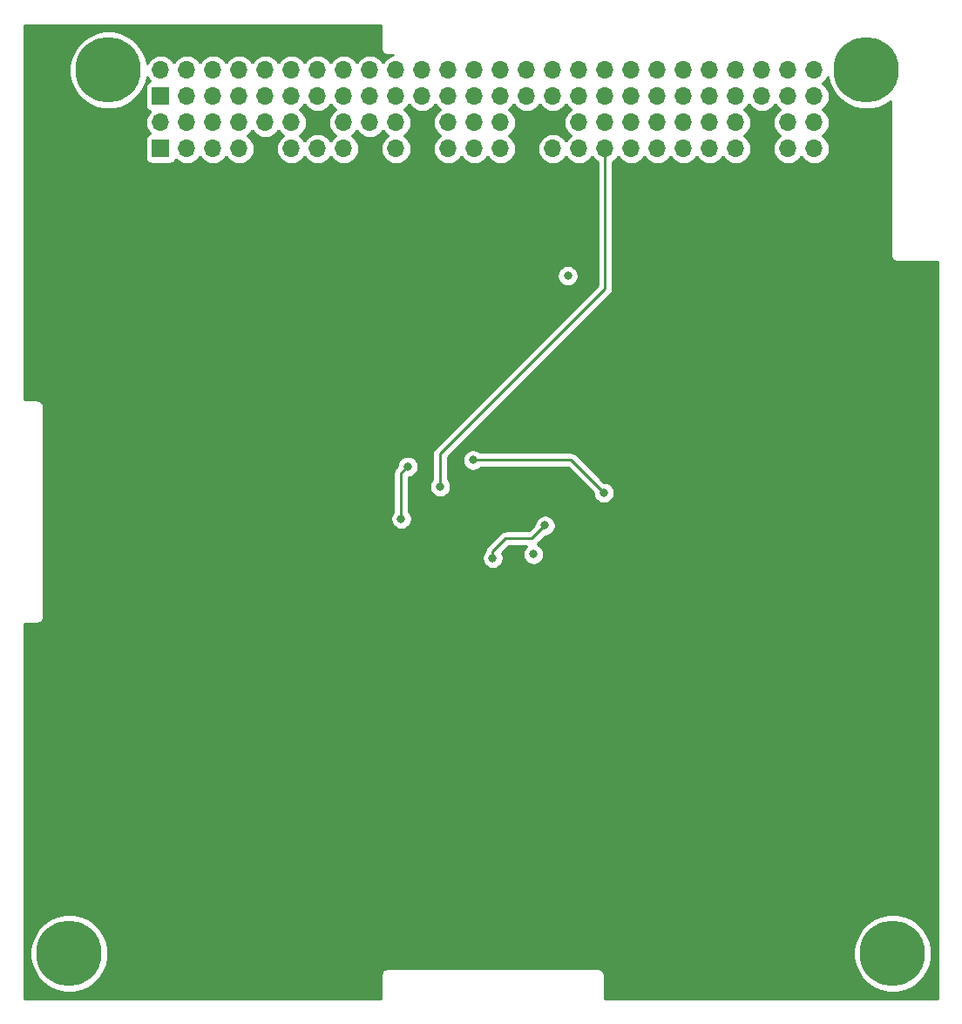
<source format=gbr>
G04 #@! TF.GenerationSoftware,KiCad,Pcbnew,(5.1.4)-1*
G04 #@! TF.CreationDate,2020-02-03T09:21:52-06:00*
G04 #@! TF.ProjectId,Boost,426f6f73-742e-46b6-9963-61645f706362,rev?*
G04 #@! TF.SameCoordinates,Original*
G04 #@! TF.FileFunction,Copper,L2,Bot*
G04 #@! TF.FilePolarity,Positive*
%FSLAX46Y46*%
G04 Gerber Fmt 4.6, Leading zero omitted, Abs format (unit mm)*
G04 Created by KiCad (PCBNEW (5.1.4)-1) date 2020-02-03 09:21:52*
%MOMM*%
%LPD*%
G04 APERTURE LIST*
%ADD10O,1.700000X1.700000*%
%ADD11R,1.700000X1.700000*%
%ADD12C,6.350000*%
%ADD13C,0.800000*%
%ADD14C,0.250000*%
%ADD15C,0.254000*%
G04 APERTURE END LIST*
D10*
X173489081Y-59944935D03*
X173489081Y-62484935D03*
X170949081Y-59944935D03*
X170949081Y-62484935D03*
X168409081Y-59944935D03*
X168409081Y-62484935D03*
X165869081Y-59944935D03*
X165869081Y-62484935D03*
X163329081Y-59944935D03*
X163329081Y-62484935D03*
X160789081Y-59944935D03*
X160789081Y-62484935D03*
X158249081Y-59944935D03*
X158249081Y-62484935D03*
X155709081Y-59944935D03*
X155709081Y-62484935D03*
X153169081Y-59944935D03*
X153169081Y-62484935D03*
X150629081Y-59944935D03*
X150629081Y-62484935D03*
X148089081Y-59944935D03*
X148089081Y-62484935D03*
X145549081Y-59944935D03*
X145549081Y-62484935D03*
X143009081Y-59944935D03*
X143009081Y-62484935D03*
X140469081Y-59944935D03*
X140469081Y-62484935D03*
X137929081Y-59944935D03*
X137929081Y-62484935D03*
X135389081Y-59944935D03*
X135389081Y-62484935D03*
X132849081Y-59944935D03*
X132849081Y-62484935D03*
X130309081Y-59944935D03*
X130309081Y-62484935D03*
X127769081Y-59944935D03*
X127769081Y-62484935D03*
X125229081Y-59944935D03*
X125229081Y-62484935D03*
X122689081Y-59944935D03*
X122689081Y-62484935D03*
X120149081Y-59944935D03*
X120149081Y-62484935D03*
X117609081Y-59944935D03*
X117609081Y-62484935D03*
X115069081Y-59944935D03*
X115069081Y-62484935D03*
X112529081Y-59944935D03*
X112529081Y-62484935D03*
X109989081Y-59944935D03*
D11*
X109989081Y-62484935D03*
D10*
X173489081Y-54864935D03*
X173489081Y-57404935D03*
X170949081Y-54864935D03*
X170949081Y-57404935D03*
X168409081Y-54864935D03*
X168409081Y-57404935D03*
X165869081Y-54864935D03*
X165869081Y-57404935D03*
X163329081Y-54864935D03*
X163329081Y-57404935D03*
X160789081Y-54864935D03*
X160789081Y-57404935D03*
X158249081Y-54864935D03*
X158249081Y-57404935D03*
X155709081Y-54864935D03*
X155709081Y-57404935D03*
X153169081Y-54864935D03*
X153169081Y-57404935D03*
X150629081Y-54864935D03*
X150629081Y-57404935D03*
X148089081Y-54864935D03*
X148089081Y-57404935D03*
X145549081Y-54864935D03*
X145549081Y-57404935D03*
X143009081Y-54864935D03*
X143009081Y-57404935D03*
X140469081Y-54864935D03*
X140469081Y-57404935D03*
X137929081Y-54864935D03*
X137929081Y-57404935D03*
X135389081Y-54864935D03*
X135389081Y-57404935D03*
X132849081Y-54864935D03*
X132849081Y-57404935D03*
X130309081Y-54864935D03*
X130309081Y-57404935D03*
X127769081Y-54864935D03*
X127769081Y-57404935D03*
X125229081Y-54864935D03*
X125229081Y-57404935D03*
X122689081Y-54864935D03*
X122689081Y-57404935D03*
X120149081Y-54864935D03*
X120149081Y-57404935D03*
X117609081Y-54864935D03*
X117609081Y-57404935D03*
X115069081Y-54864935D03*
X115069081Y-57404935D03*
X112529081Y-54864935D03*
X112529081Y-57404935D03*
X109989081Y-54864935D03*
D11*
X109989081Y-57404935D03*
D12*
X181102000Y-140589000D03*
X104902000Y-54864000D03*
X178562000Y-54864000D03*
X101092000Y-140589000D03*
D13*
X137160000Y-87630000D03*
X151130000Y-83820000D03*
X148590000Y-108585010D03*
X149860000Y-97155000D03*
X142240000Y-98425000D03*
X133350000Y-120015000D03*
X144780000Y-97155000D03*
X140335000Y-92710000D03*
X153035000Y-95885000D03*
X133985000Y-93345000D03*
X133350000Y-98425000D03*
X142240000Y-102235000D03*
X147320000Y-99060000D03*
X146202400Y-101854000D03*
X149529800Y-74828400D03*
X137130847Y-95279153D03*
D14*
X149860000Y-92710000D02*
X153035000Y-95885000D01*
X140335000Y-92710000D02*
X149860000Y-92710000D01*
X140469081Y-62484935D02*
X140970935Y-62484935D01*
X133350000Y-93980000D02*
X133985000Y-93345000D01*
X133350000Y-98425000D02*
X133350000Y-93980000D01*
X146050000Y-100330000D02*
X147320000Y-99060000D01*
X143510000Y-100330000D02*
X146050000Y-100330000D01*
X142240000Y-102235000D02*
X142240000Y-101600000D01*
X142240000Y-101600000D02*
X143510000Y-100330000D01*
X153169081Y-76065919D02*
X153169081Y-62484935D01*
X137130847Y-92104153D02*
X153169081Y-76065919D01*
X137130847Y-95279153D02*
X137130847Y-92104153D01*
D15*
G36*
X131370001Y-52670113D02*
G01*
X131366565Y-52705000D01*
X131380273Y-52844184D01*
X131420872Y-52978020D01*
X131486800Y-53101363D01*
X131575525Y-53209475D01*
X131683637Y-53298200D01*
X131806980Y-53364128D01*
X131940816Y-53404727D01*
X132045123Y-53415000D01*
X132080000Y-53418435D01*
X132114877Y-53415000D01*
X132513209Y-53415000D01*
X132278047Y-53486336D01*
X132020067Y-53624229D01*
X131793947Y-53809801D01*
X131608375Y-54035921D01*
X131579081Y-54090726D01*
X131549787Y-54035921D01*
X131364215Y-53809801D01*
X131138095Y-53624229D01*
X130880115Y-53486336D01*
X130600192Y-53401422D01*
X130382031Y-53379935D01*
X130236131Y-53379935D01*
X130017970Y-53401422D01*
X129738047Y-53486336D01*
X129480067Y-53624229D01*
X129253947Y-53809801D01*
X129068375Y-54035921D01*
X129039081Y-54090726D01*
X129009787Y-54035921D01*
X128824215Y-53809801D01*
X128598095Y-53624229D01*
X128340115Y-53486336D01*
X128060192Y-53401422D01*
X127842031Y-53379935D01*
X127696131Y-53379935D01*
X127477970Y-53401422D01*
X127198047Y-53486336D01*
X126940067Y-53624229D01*
X126713947Y-53809801D01*
X126528375Y-54035921D01*
X126499081Y-54090726D01*
X126469787Y-54035921D01*
X126284215Y-53809801D01*
X126058095Y-53624229D01*
X125800115Y-53486336D01*
X125520192Y-53401422D01*
X125302031Y-53379935D01*
X125156131Y-53379935D01*
X124937970Y-53401422D01*
X124658047Y-53486336D01*
X124400067Y-53624229D01*
X124173947Y-53809801D01*
X123988375Y-54035921D01*
X123959081Y-54090726D01*
X123929787Y-54035921D01*
X123744215Y-53809801D01*
X123518095Y-53624229D01*
X123260115Y-53486336D01*
X122980192Y-53401422D01*
X122762031Y-53379935D01*
X122616131Y-53379935D01*
X122397970Y-53401422D01*
X122118047Y-53486336D01*
X121860067Y-53624229D01*
X121633947Y-53809801D01*
X121448375Y-54035921D01*
X121419081Y-54090726D01*
X121389787Y-54035921D01*
X121204215Y-53809801D01*
X120978095Y-53624229D01*
X120720115Y-53486336D01*
X120440192Y-53401422D01*
X120222031Y-53379935D01*
X120076131Y-53379935D01*
X119857970Y-53401422D01*
X119578047Y-53486336D01*
X119320067Y-53624229D01*
X119093947Y-53809801D01*
X118908375Y-54035921D01*
X118879081Y-54090726D01*
X118849787Y-54035921D01*
X118664215Y-53809801D01*
X118438095Y-53624229D01*
X118180115Y-53486336D01*
X117900192Y-53401422D01*
X117682031Y-53379935D01*
X117536131Y-53379935D01*
X117317970Y-53401422D01*
X117038047Y-53486336D01*
X116780067Y-53624229D01*
X116553947Y-53809801D01*
X116368375Y-54035921D01*
X116339081Y-54090726D01*
X116309787Y-54035921D01*
X116124215Y-53809801D01*
X115898095Y-53624229D01*
X115640115Y-53486336D01*
X115360192Y-53401422D01*
X115142031Y-53379935D01*
X114996131Y-53379935D01*
X114777970Y-53401422D01*
X114498047Y-53486336D01*
X114240067Y-53624229D01*
X114013947Y-53809801D01*
X113828375Y-54035921D01*
X113799081Y-54090726D01*
X113769787Y-54035921D01*
X113584215Y-53809801D01*
X113358095Y-53624229D01*
X113100115Y-53486336D01*
X112820192Y-53401422D01*
X112602031Y-53379935D01*
X112456131Y-53379935D01*
X112237970Y-53401422D01*
X111958047Y-53486336D01*
X111700067Y-53624229D01*
X111473947Y-53809801D01*
X111288375Y-54035921D01*
X111259081Y-54090726D01*
X111229787Y-54035921D01*
X111044215Y-53809801D01*
X110818095Y-53624229D01*
X110560115Y-53486336D01*
X110280192Y-53401422D01*
X110062031Y-53379935D01*
X109916131Y-53379935D01*
X109697970Y-53401422D01*
X109418047Y-53486336D01*
X109160067Y-53624229D01*
X108933947Y-53809801D01*
X108748375Y-54035921D01*
X108656221Y-54208329D01*
X108565584Y-53752664D01*
X108278378Y-53059288D01*
X107861420Y-52435267D01*
X107330733Y-51904580D01*
X106706712Y-51487622D01*
X106013336Y-51200416D01*
X105277252Y-51054000D01*
X104526748Y-51054000D01*
X103790664Y-51200416D01*
X103097288Y-51487622D01*
X102473267Y-51904580D01*
X101942580Y-52435267D01*
X101525622Y-53059288D01*
X101238416Y-53752664D01*
X101092000Y-54488748D01*
X101092000Y-55239252D01*
X101238416Y-55975336D01*
X101525622Y-56668712D01*
X101942580Y-57292733D01*
X102473267Y-57823420D01*
X103097288Y-58240378D01*
X103790664Y-58527584D01*
X104526748Y-58674000D01*
X105277252Y-58674000D01*
X106013336Y-58527584D01*
X106706712Y-58240378D01*
X107330733Y-57823420D01*
X107861420Y-57292733D01*
X108278378Y-56668712D01*
X108565584Y-55975336D01*
X108655950Y-55521034D01*
X108748375Y-55693949D01*
X108933947Y-55920069D01*
X108963768Y-55944542D01*
X108894901Y-55965433D01*
X108784587Y-56024398D01*
X108687896Y-56103750D01*
X108608544Y-56200441D01*
X108549579Y-56310755D01*
X108513269Y-56430453D01*
X108501009Y-56554935D01*
X108501009Y-58254935D01*
X108513269Y-58379417D01*
X108549579Y-58499115D01*
X108608544Y-58609429D01*
X108687896Y-58706120D01*
X108784587Y-58785472D01*
X108894901Y-58844437D01*
X108963768Y-58865328D01*
X108933947Y-58889801D01*
X108748375Y-59115921D01*
X108610482Y-59373901D01*
X108525568Y-59653824D01*
X108496896Y-59944935D01*
X108525568Y-60236046D01*
X108610482Y-60515969D01*
X108748375Y-60773949D01*
X108933947Y-61000069D01*
X108963768Y-61024542D01*
X108894901Y-61045433D01*
X108784587Y-61104398D01*
X108687896Y-61183750D01*
X108608544Y-61280441D01*
X108549579Y-61390755D01*
X108513269Y-61510453D01*
X108501009Y-61634935D01*
X108501009Y-63334935D01*
X108513269Y-63459417D01*
X108549579Y-63579115D01*
X108608544Y-63689429D01*
X108687896Y-63786120D01*
X108784587Y-63865472D01*
X108894901Y-63924437D01*
X109014599Y-63960747D01*
X109139081Y-63973007D01*
X110839081Y-63973007D01*
X110963563Y-63960747D01*
X111083261Y-63924437D01*
X111193575Y-63865472D01*
X111290266Y-63786120D01*
X111369618Y-63689429D01*
X111428583Y-63579115D01*
X111449474Y-63510248D01*
X111473947Y-63540069D01*
X111700067Y-63725641D01*
X111958047Y-63863534D01*
X112237970Y-63948448D01*
X112456131Y-63969935D01*
X112602031Y-63969935D01*
X112820192Y-63948448D01*
X113100115Y-63863534D01*
X113358095Y-63725641D01*
X113584215Y-63540069D01*
X113769787Y-63313949D01*
X113799081Y-63259144D01*
X113828375Y-63313949D01*
X114013947Y-63540069D01*
X114240067Y-63725641D01*
X114498047Y-63863534D01*
X114777970Y-63948448D01*
X114996131Y-63969935D01*
X115142031Y-63969935D01*
X115360192Y-63948448D01*
X115640115Y-63863534D01*
X115898095Y-63725641D01*
X116124215Y-63540069D01*
X116309787Y-63313949D01*
X116339081Y-63259144D01*
X116368375Y-63313949D01*
X116553947Y-63540069D01*
X116780067Y-63725641D01*
X117038047Y-63863534D01*
X117317970Y-63948448D01*
X117536131Y-63969935D01*
X117682031Y-63969935D01*
X117900192Y-63948448D01*
X118180115Y-63863534D01*
X118438095Y-63725641D01*
X118664215Y-63540069D01*
X118849787Y-63313949D01*
X118987680Y-63055969D01*
X119072594Y-62776046D01*
X119101266Y-62484935D01*
X119072594Y-62193824D01*
X118987680Y-61913901D01*
X118849787Y-61655921D01*
X118664215Y-61429801D01*
X118438095Y-61244229D01*
X118383290Y-61214935D01*
X118438095Y-61185641D01*
X118664215Y-61000069D01*
X118849787Y-60773949D01*
X118879081Y-60719144D01*
X118908375Y-60773949D01*
X119093947Y-61000069D01*
X119320067Y-61185641D01*
X119578047Y-61323534D01*
X119857970Y-61408448D01*
X120076131Y-61429935D01*
X120222031Y-61429935D01*
X120440192Y-61408448D01*
X120720115Y-61323534D01*
X120978095Y-61185641D01*
X121204215Y-61000069D01*
X121389787Y-60773949D01*
X121419081Y-60719144D01*
X121448375Y-60773949D01*
X121633947Y-61000069D01*
X121860067Y-61185641D01*
X121914872Y-61214935D01*
X121860067Y-61244229D01*
X121633947Y-61429801D01*
X121448375Y-61655921D01*
X121310482Y-61913901D01*
X121225568Y-62193824D01*
X121196896Y-62484935D01*
X121225568Y-62776046D01*
X121310482Y-63055969D01*
X121448375Y-63313949D01*
X121633947Y-63540069D01*
X121860067Y-63725641D01*
X122118047Y-63863534D01*
X122397970Y-63948448D01*
X122616131Y-63969935D01*
X122762031Y-63969935D01*
X122980192Y-63948448D01*
X123260115Y-63863534D01*
X123518095Y-63725641D01*
X123744215Y-63540069D01*
X123929787Y-63313949D01*
X123959081Y-63259144D01*
X123988375Y-63313949D01*
X124173947Y-63540069D01*
X124400067Y-63725641D01*
X124658047Y-63863534D01*
X124937970Y-63948448D01*
X125156131Y-63969935D01*
X125302031Y-63969935D01*
X125520192Y-63948448D01*
X125800115Y-63863534D01*
X126058095Y-63725641D01*
X126284215Y-63540069D01*
X126469787Y-63313949D01*
X126499081Y-63259144D01*
X126528375Y-63313949D01*
X126713947Y-63540069D01*
X126940067Y-63725641D01*
X127198047Y-63863534D01*
X127477970Y-63948448D01*
X127696131Y-63969935D01*
X127842031Y-63969935D01*
X128060192Y-63948448D01*
X128340115Y-63863534D01*
X128598095Y-63725641D01*
X128824215Y-63540069D01*
X129009787Y-63313949D01*
X129147680Y-63055969D01*
X129232594Y-62776046D01*
X129261266Y-62484935D01*
X129232594Y-62193824D01*
X129147680Y-61913901D01*
X129009787Y-61655921D01*
X128824215Y-61429801D01*
X128598095Y-61244229D01*
X128543290Y-61214935D01*
X128598095Y-61185641D01*
X128824215Y-61000069D01*
X129009787Y-60773949D01*
X129039081Y-60719144D01*
X129068375Y-60773949D01*
X129253947Y-61000069D01*
X129480067Y-61185641D01*
X129738047Y-61323534D01*
X130017970Y-61408448D01*
X130236131Y-61429935D01*
X130382031Y-61429935D01*
X130600192Y-61408448D01*
X130880115Y-61323534D01*
X131138095Y-61185641D01*
X131364215Y-61000069D01*
X131549787Y-60773949D01*
X131579081Y-60719144D01*
X131608375Y-60773949D01*
X131793947Y-61000069D01*
X132020067Y-61185641D01*
X132074872Y-61214935D01*
X132020067Y-61244229D01*
X131793947Y-61429801D01*
X131608375Y-61655921D01*
X131470482Y-61913901D01*
X131385568Y-62193824D01*
X131356896Y-62484935D01*
X131385568Y-62776046D01*
X131470482Y-63055969D01*
X131608375Y-63313949D01*
X131793947Y-63540069D01*
X132020067Y-63725641D01*
X132278047Y-63863534D01*
X132557970Y-63948448D01*
X132776131Y-63969935D01*
X132922031Y-63969935D01*
X133140192Y-63948448D01*
X133420115Y-63863534D01*
X133678095Y-63725641D01*
X133904215Y-63540069D01*
X134089787Y-63313949D01*
X134227680Y-63055969D01*
X134312594Y-62776046D01*
X134341266Y-62484935D01*
X134312594Y-62193824D01*
X134227680Y-61913901D01*
X134089787Y-61655921D01*
X133904215Y-61429801D01*
X133678095Y-61244229D01*
X133623290Y-61214935D01*
X133678095Y-61185641D01*
X133904215Y-61000069D01*
X134089787Y-60773949D01*
X134227680Y-60515969D01*
X134312594Y-60236046D01*
X134341266Y-59944935D01*
X134312594Y-59653824D01*
X134227680Y-59373901D01*
X134089787Y-59115921D01*
X133904215Y-58889801D01*
X133678095Y-58704229D01*
X133623290Y-58674935D01*
X133678095Y-58645641D01*
X133904215Y-58460069D01*
X134089787Y-58233949D01*
X134119081Y-58179144D01*
X134148375Y-58233949D01*
X134333947Y-58460069D01*
X134560067Y-58645641D01*
X134818047Y-58783534D01*
X135097970Y-58868448D01*
X135316131Y-58889935D01*
X135462031Y-58889935D01*
X135680192Y-58868448D01*
X135960115Y-58783534D01*
X136218095Y-58645641D01*
X136444215Y-58460069D01*
X136629787Y-58233949D01*
X136659081Y-58179144D01*
X136688375Y-58233949D01*
X136873947Y-58460069D01*
X137100067Y-58645641D01*
X137154872Y-58674935D01*
X137100067Y-58704229D01*
X136873947Y-58889801D01*
X136688375Y-59115921D01*
X136550482Y-59373901D01*
X136465568Y-59653824D01*
X136436896Y-59944935D01*
X136465568Y-60236046D01*
X136550482Y-60515969D01*
X136688375Y-60773949D01*
X136873947Y-61000069D01*
X137100067Y-61185641D01*
X137154872Y-61214935D01*
X137100067Y-61244229D01*
X136873947Y-61429801D01*
X136688375Y-61655921D01*
X136550482Y-61913901D01*
X136465568Y-62193824D01*
X136436896Y-62484935D01*
X136465568Y-62776046D01*
X136550482Y-63055969D01*
X136688375Y-63313949D01*
X136873947Y-63540069D01*
X137100067Y-63725641D01*
X137358047Y-63863534D01*
X137637970Y-63948448D01*
X137856131Y-63969935D01*
X138002031Y-63969935D01*
X138220192Y-63948448D01*
X138500115Y-63863534D01*
X138758095Y-63725641D01*
X138984215Y-63540069D01*
X139169787Y-63313949D01*
X139199081Y-63259144D01*
X139228375Y-63313949D01*
X139413947Y-63540069D01*
X139640067Y-63725641D01*
X139898047Y-63863534D01*
X140177970Y-63948448D01*
X140396131Y-63969935D01*
X140542031Y-63969935D01*
X140760192Y-63948448D01*
X141040115Y-63863534D01*
X141298095Y-63725641D01*
X141524215Y-63540069D01*
X141709787Y-63313949D01*
X141739081Y-63259144D01*
X141768375Y-63313949D01*
X141953947Y-63540069D01*
X142180067Y-63725641D01*
X142438047Y-63863534D01*
X142717970Y-63948448D01*
X142936131Y-63969935D01*
X143082031Y-63969935D01*
X143300192Y-63948448D01*
X143580115Y-63863534D01*
X143838095Y-63725641D01*
X144064215Y-63540069D01*
X144249787Y-63313949D01*
X144387680Y-63055969D01*
X144472594Y-62776046D01*
X144501266Y-62484935D01*
X144472594Y-62193824D01*
X144387680Y-61913901D01*
X144249787Y-61655921D01*
X144064215Y-61429801D01*
X143838095Y-61244229D01*
X143783290Y-61214935D01*
X143838095Y-61185641D01*
X144064215Y-61000069D01*
X144249787Y-60773949D01*
X144387680Y-60515969D01*
X144472594Y-60236046D01*
X144501266Y-59944935D01*
X144472594Y-59653824D01*
X144387680Y-59373901D01*
X144249787Y-59115921D01*
X144064215Y-58889801D01*
X143838095Y-58704229D01*
X143783290Y-58674935D01*
X143838095Y-58645641D01*
X144064215Y-58460069D01*
X144249787Y-58233949D01*
X144279081Y-58179144D01*
X144308375Y-58233949D01*
X144493947Y-58460069D01*
X144720067Y-58645641D01*
X144978047Y-58783534D01*
X145257970Y-58868448D01*
X145476131Y-58889935D01*
X145622031Y-58889935D01*
X145840192Y-58868448D01*
X146120115Y-58783534D01*
X146378095Y-58645641D01*
X146604215Y-58460069D01*
X146789787Y-58233949D01*
X146819081Y-58179144D01*
X146848375Y-58233949D01*
X147033947Y-58460069D01*
X147260067Y-58645641D01*
X147518047Y-58783534D01*
X147797970Y-58868448D01*
X148016131Y-58889935D01*
X148162031Y-58889935D01*
X148380192Y-58868448D01*
X148660115Y-58783534D01*
X148918095Y-58645641D01*
X149144215Y-58460069D01*
X149329787Y-58233949D01*
X149359081Y-58179144D01*
X149388375Y-58233949D01*
X149573947Y-58460069D01*
X149800067Y-58645641D01*
X149854872Y-58674935D01*
X149800067Y-58704229D01*
X149573947Y-58889801D01*
X149388375Y-59115921D01*
X149250482Y-59373901D01*
X149165568Y-59653824D01*
X149136896Y-59944935D01*
X149165568Y-60236046D01*
X149250482Y-60515969D01*
X149388375Y-60773949D01*
X149573947Y-61000069D01*
X149800067Y-61185641D01*
X149854872Y-61214935D01*
X149800067Y-61244229D01*
X149573947Y-61429801D01*
X149388375Y-61655921D01*
X149359081Y-61710726D01*
X149329787Y-61655921D01*
X149144215Y-61429801D01*
X148918095Y-61244229D01*
X148660115Y-61106336D01*
X148380192Y-61021422D01*
X148162031Y-60999935D01*
X148016131Y-60999935D01*
X147797970Y-61021422D01*
X147518047Y-61106336D01*
X147260067Y-61244229D01*
X147033947Y-61429801D01*
X146848375Y-61655921D01*
X146710482Y-61913901D01*
X146625568Y-62193824D01*
X146596896Y-62484935D01*
X146625568Y-62776046D01*
X146710482Y-63055969D01*
X146848375Y-63313949D01*
X147033947Y-63540069D01*
X147260067Y-63725641D01*
X147518047Y-63863534D01*
X147797970Y-63948448D01*
X148016131Y-63969935D01*
X148162031Y-63969935D01*
X148380192Y-63948448D01*
X148660115Y-63863534D01*
X148918095Y-63725641D01*
X149144215Y-63540069D01*
X149329787Y-63313949D01*
X149359081Y-63259144D01*
X149388375Y-63313949D01*
X149573947Y-63540069D01*
X149800067Y-63725641D01*
X150058047Y-63863534D01*
X150337970Y-63948448D01*
X150556131Y-63969935D01*
X150702031Y-63969935D01*
X150920192Y-63948448D01*
X151200115Y-63863534D01*
X151458095Y-63725641D01*
X151684215Y-63540069D01*
X151869787Y-63313949D01*
X151899081Y-63259144D01*
X151928375Y-63313949D01*
X152113947Y-63540069D01*
X152340067Y-63725641D01*
X152409082Y-63762530D01*
X152409081Y-75751117D01*
X136619845Y-91540354D01*
X136590847Y-91564152D01*
X136567049Y-91593150D01*
X136567048Y-91593151D01*
X136495873Y-91679877D01*
X136425301Y-91811907D01*
X136396740Y-91906063D01*
X136383413Y-91950000D01*
X136381845Y-91955168D01*
X136367171Y-92104153D01*
X136370848Y-92141485D01*
X136370847Y-94575442D01*
X136326910Y-94619379D01*
X136213642Y-94788897D01*
X136135621Y-94977255D01*
X136095847Y-95177214D01*
X136095847Y-95381092D01*
X136135621Y-95581051D01*
X136213642Y-95769409D01*
X136326910Y-95938927D01*
X136471073Y-96083090D01*
X136640591Y-96196358D01*
X136828949Y-96274379D01*
X137028908Y-96314153D01*
X137232786Y-96314153D01*
X137432745Y-96274379D01*
X137621103Y-96196358D01*
X137790621Y-96083090D01*
X137934784Y-95938927D01*
X138048052Y-95769409D01*
X138126073Y-95581051D01*
X138165847Y-95381092D01*
X138165847Y-95177214D01*
X138126073Y-94977255D01*
X138048052Y-94788897D01*
X137934784Y-94619379D01*
X137890847Y-94575442D01*
X137890847Y-92608061D01*
X139300000Y-92608061D01*
X139300000Y-92811939D01*
X139339774Y-93011898D01*
X139417795Y-93200256D01*
X139531063Y-93369774D01*
X139675226Y-93513937D01*
X139844744Y-93627205D01*
X140033102Y-93705226D01*
X140233061Y-93745000D01*
X140436939Y-93745000D01*
X140636898Y-93705226D01*
X140825256Y-93627205D01*
X140994774Y-93513937D01*
X141038711Y-93470000D01*
X149545199Y-93470000D01*
X152000000Y-95924802D01*
X152000000Y-95986939D01*
X152039774Y-96186898D01*
X152117795Y-96375256D01*
X152231063Y-96544774D01*
X152375226Y-96688937D01*
X152544744Y-96802205D01*
X152733102Y-96880226D01*
X152933061Y-96920000D01*
X153136939Y-96920000D01*
X153336898Y-96880226D01*
X153525256Y-96802205D01*
X153694774Y-96688937D01*
X153838937Y-96544774D01*
X153952205Y-96375256D01*
X154030226Y-96186898D01*
X154070000Y-95986939D01*
X154070000Y-95783061D01*
X154030226Y-95583102D01*
X153952205Y-95394744D01*
X153838937Y-95225226D01*
X153694774Y-95081063D01*
X153525256Y-94967795D01*
X153336898Y-94889774D01*
X153136939Y-94850000D01*
X153074802Y-94850000D01*
X150423804Y-92199003D01*
X150400001Y-92169999D01*
X150284276Y-92075026D01*
X150152247Y-92004454D01*
X150008986Y-91960997D01*
X149897333Y-91950000D01*
X149897322Y-91950000D01*
X149860000Y-91946324D01*
X149822678Y-91950000D01*
X141038711Y-91950000D01*
X140994774Y-91906063D01*
X140825256Y-91792795D01*
X140636898Y-91714774D01*
X140436939Y-91675000D01*
X140233061Y-91675000D01*
X140033102Y-91714774D01*
X139844744Y-91792795D01*
X139675226Y-91906063D01*
X139531063Y-92050226D01*
X139417795Y-92219744D01*
X139339774Y-92408102D01*
X139300000Y-92608061D01*
X137890847Y-92608061D01*
X137890847Y-92418954D01*
X153680085Y-76629717D01*
X153709082Y-76605920D01*
X153735413Y-76573836D01*
X153804055Y-76490196D01*
X153874627Y-76358166D01*
X153874627Y-76358165D01*
X153918084Y-76214905D01*
X153929081Y-76103252D01*
X153929081Y-76103243D01*
X153932757Y-76065920D01*
X153929081Y-76028597D01*
X153929081Y-63762530D01*
X153998095Y-63725641D01*
X154224215Y-63540069D01*
X154409787Y-63313949D01*
X154439081Y-63259144D01*
X154468375Y-63313949D01*
X154653947Y-63540069D01*
X154880067Y-63725641D01*
X155138047Y-63863534D01*
X155417970Y-63948448D01*
X155636131Y-63969935D01*
X155782031Y-63969935D01*
X156000192Y-63948448D01*
X156280115Y-63863534D01*
X156538095Y-63725641D01*
X156764215Y-63540069D01*
X156949787Y-63313949D01*
X156979081Y-63259144D01*
X157008375Y-63313949D01*
X157193947Y-63540069D01*
X157420067Y-63725641D01*
X157678047Y-63863534D01*
X157957970Y-63948448D01*
X158176131Y-63969935D01*
X158322031Y-63969935D01*
X158540192Y-63948448D01*
X158820115Y-63863534D01*
X159078095Y-63725641D01*
X159304215Y-63540069D01*
X159489787Y-63313949D01*
X159519081Y-63259144D01*
X159548375Y-63313949D01*
X159733947Y-63540069D01*
X159960067Y-63725641D01*
X160218047Y-63863534D01*
X160497970Y-63948448D01*
X160716131Y-63969935D01*
X160862031Y-63969935D01*
X161080192Y-63948448D01*
X161360115Y-63863534D01*
X161618095Y-63725641D01*
X161844215Y-63540069D01*
X162029787Y-63313949D01*
X162059081Y-63259144D01*
X162088375Y-63313949D01*
X162273947Y-63540069D01*
X162500067Y-63725641D01*
X162758047Y-63863534D01*
X163037970Y-63948448D01*
X163256131Y-63969935D01*
X163402031Y-63969935D01*
X163620192Y-63948448D01*
X163900115Y-63863534D01*
X164158095Y-63725641D01*
X164384215Y-63540069D01*
X164569787Y-63313949D01*
X164599081Y-63259144D01*
X164628375Y-63313949D01*
X164813947Y-63540069D01*
X165040067Y-63725641D01*
X165298047Y-63863534D01*
X165577970Y-63948448D01*
X165796131Y-63969935D01*
X165942031Y-63969935D01*
X166160192Y-63948448D01*
X166440115Y-63863534D01*
X166698095Y-63725641D01*
X166924215Y-63540069D01*
X167109787Y-63313949D01*
X167247680Y-63055969D01*
X167332594Y-62776046D01*
X167361266Y-62484935D01*
X167332594Y-62193824D01*
X167247680Y-61913901D01*
X167109787Y-61655921D01*
X166924215Y-61429801D01*
X166698095Y-61244229D01*
X166643290Y-61214935D01*
X166698095Y-61185641D01*
X166924215Y-61000069D01*
X167109787Y-60773949D01*
X167247680Y-60515969D01*
X167332594Y-60236046D01*
X167361266Y-59944935D01*
X167332594Y-59653824D01*
X167247680Y-59373901D01*
X167109787Y-59115921D01*
X166924215Y-58889801D01*
X166698095Y-58704229D01*
X166643290Y-58674935D01*
X166698095Y-58645641D01*
X166924215Y-58460069D01*
X167109787Y-58233949D01*
X167139081Y-58179144D01*
X167168375Y-58233949D01*
X167353947Y-58460069D01*
X167580067Y-58645641D01*
X167838047Y-58783534D01*
X168117970Y-58868448D01*
X168336131Y-58889935D01*
X168482031Y-58889935D01*
X168700192Y-58868448D01*
X168980115Y-58783534D01*
X169238095Y-58645641D01*
X169464215Y-58460069D01*
X169649787Y-58233949D01*
X169679081Y-58179144D01*
X169708375Y-58233949D01*
X169893947Y-58460069D01*
X170120067Y-58645641D01*
X170174872Y-58674935D01*
X170120067Y-58704229D01*
X169893947Y-58889801D01*
X169708375Y-59115921D01*
X169570482Y-59373901D01*
X169485568Y-59653824D01*
X169456896Y-59944935D01*
X169485568Y-60236046D01*
X169570482Y-60515969D01*
X169708375Y-60773949D01*
X169893947Y-61000069D01*
X170120067Y-61185641D01*
X170174872Y-61214935D01*
X170120067Y-61244229D01*
X169893947Y-61429801D01*
X169708375Y-61655921D01*
X169570482Y-61913901D01*
X169485568Y-62193824D01*
X169456896Y-62484935D01*
X169485568Y-62776046D01*
X169570482Y-63055969D01*
X169708375Y-63313949D01*
X169893947Y-63540069D01*
X170120067Y-63725641D01*
X170378047Y-63863534D01*
X170657970Y-63948448D01*
X170876131Y-63969935D01*
X171022031Y-63969935D01*
X171240192Y-63948448D01*
X171520115Y-63863534D01*
X171778095Y-63725641D01*
X172004215Y-63540069D01*
X172189787Y-63313949D01*
X172219081Y-63259144D01*
X172248375Y-63313949D01*
X172433947Y-63540069D01*
X172660067Y-63725641D01*
X172918047Y-63863534D01*
X173197970Y-63948448D01*
X173416131Y-63969935D01*
X173562031Y-63969935D01*
X173780192Y-63948448D01*
X174060115Y-63863534D01*
X174318095Y-63725641D01*
X174544215Y-63540069D01*
X174729787Y-63313949D01*
X174867680Y-63055969D01*
X174952594Y-62776046D01*
X174981266Y-62484935D01*
X174952594Y-62193824D01*
X174867680Y-61913901D01*
X174729787Y-61655921D01*
X174544215Y-61429801D01*
X174318095Y-61244229D01*
X174263290Y-61214935D01*
X174318095Y-61185641D01*
X174544215Y-61000069D01*
X174729787Y-60773949D01*
X174867680Y-60515969D01*
X174952594Y-60236046D01*
X174981266Y-59944935D01*
X174952594Y-59653824D01*
X174867680Y-59373901D01*
X174729787Y-59115921D01*
X174544215Y-58889801D01*
X174318095Y-58704229D01*
X174263290Y-58674935D01*
X174318095Y-58645641D01*
X174544215Y-58460069D01*
X174729787Y-58233949D01*
X174867680Y-57975969D01*
X174952594Y-57696046D01*
X174981266Y-57404935D01*
X174952594Y-57113824D01*
X174867680Y-56833901D01*
X174729787Y-56575921D01*
X174544215Y-56349801D01*
X174318095Y-56164229D01*
X174263290Y-56134935D01*
X174318095Y-56105641D01*
X174544215Y-55920069D01*
X174729787Y-55693949D01*
X174811891Y-55540344D01*
X174898416Y-55975336D01*
X175185622Y-56668712D01*
X175602580Y-57292733D01*
X176133267Y-57823420D01*
X176757288Y-58240378D01*
X177450664Y-58527584D01*
X178186748Y-58674000D01*
X178937252Y-58674000D01*
X179673336Y-58527584D01*
X180366712Y-58240378D01*
X180900000Y-57884046D01*
X180900001Y-72736113D01*
X180896565Y-72771000D01*
X180910273Y-72910184D01*
X180950872Y-73044020D01*
X181016800Y-73167363D01*
X181105525Y-73275475D01*
X181213637Y-73364200D01*
X181336980Y-73430128D01*
X181470816Y-73470727D01*
X181575123Y-73481000D01*
X181610000Y-73484435D01*
X181644877Y-73481000D01*
X185472000Y-73481000D01*
X185472001Y-144959000D01*
X153110000Y-144959000D01*
X153110000Y-142782877D01*
X153113435Y-142748000D01*
X153099727Y-142608816D01*
X153059128Y-142474980D01*
X152993200Y-142351637D01*
X152904475Y-142243525D01*
X152796363Y-142154800D01*
X152673020Y-142088872D01*
X152539184Y-142048273D01*
X152434877Y-142038000D01*
X152400000Y-142034565D01*
X152365123Y-142038000D01*
X132114877Y-142038000D01*
X132080000Y-142034565D01*
X132045123Y-142038000D01*
X131940816Y-142048273D01*
X131806980Y-142088872D01*
X131683637Y-142154800D01*
X131575525Y-142243525D01*
X131486800Y-142351637D01*
X131420872Y-142474980D01*
X131380273Y-142608816D01*
X131366565Y-142748000D01*
X131370001Y-142782887D01*
X131370000Y-144959000D01*
X96722000Y-144959000D01*
X96722000Y-140213748D01*
X97282000Y-140213748D01*
X97282000Y-140964252D01*
X97428416Y-141700336D01*
X97715622Y-142393712D01*
X98132580Y-143017733D01*
X98663267Y-143548420D01*
X99287288Y-143965378D01*
X99980664Y-144252584D01*
X100716748Y-144399000D01*
X101467252Y-144399000D01*
X102203336Y-144252584D01*
X102896712Y-143965378D01*
X103520733Y-143548420D01*
X104051420Y-143017733D01*
X104468378Y-142393712D01*
X104755584Y-141700336D01*
X104902000Y-140964252D01*
X104902000Y-140213748D01*
X177292000Y-140213748D01*
X177292000Y-140964252D01*
X177438416Y-141700336D01*
X177725622Y-142393712D01*
X178142580Y-143017733D01*
X178673267Y-143548420D01*
X179297288Y-143965378D01*
X179990664Y-144252584D01*
X180726748Y-144399000D01*
X181477252Y-144399000D01*
X182213336Y-144252584D01*
X182906712Y-143965378D01*
X183530733Y-143548420D01*
X184061420Y-143017733D01*
X184478378Y-142393712D01*
X184765584Y-141700336D01*
X184912000Y-140964252D01*
X184912000Y-140213748D01*
X184765584Y-139477664D01*
X184478378Y-138784288D01*
X184061420Y-138160267D01*
X183530733Y-137629580D01*
X182906712Y-137212622D01*
X182213336Y-136925416D01*
X181477252Y-136779000D01*
X180726748Y-136779000D01*
X179990664Y-136925416D01*
X179297288Y-137212622D01*
X178673267Y-137629580D01*
X178142580Y-138160267D01*
X177725622Y-138784288D01*
X177438416Y-139477664D01*
X177292000Y-140213748D01*
X104902000Y-140213748D01*
X104755584Y-139477664D01*
X104468378Y-138784288D01*
X104051420Y-138160267D01*
X103520733Y-137629580D01*
X102896712Y-137212622D01*
X102203336Y-136925416D01*
X101467252Y-136779000D01*
X100716748Y-136779000D01*
X99980664Y-136925416D01*
X99287288Y-137212622D01*
X98663267Y-137629580D01*
X98132580Y-138160267D01*
X97715622Y-138784288D01*
X97428416Y-139477664D01*
X97282000Y-140213748D01*
X96722000Y-140213748D01*
X96722000Y-108583800D01*
X97882123Y-108583800D01*
X97917000Y-108587235D01*
X97951877Y-108583800D01*
X98056184Y-108573527D01*
X98190020Y-108532928D01*
X98313363Y-108467000D01*
X98421475Y-108378275D01*
X98510200Y-108270163D01*
X98576128Y-108146820D01*
X98616727Y-108012984D01*
X98630435Y-107873800D01*
X98627000Y-107838923D01*
X98627000Y-102133061D01*
X141205000Y-102133061D01*
X141205000Y-102336939D01*
X141244774Y-102536898D01*
X141322795Y-102725256D01*
X141436063Y-102894774D01*
X141580226Y-103038937D01*
X141749744Y-103152205D01*
X141938102Y-103230226D01*
X142138061Y-103270000D01*
X142341939Y-103270000D01*
X142541898Y-103230226D01*
X142730256Y-103152205D01*
X142899774Y-103038937D01*
X143043937Y-102894774D01*
X143157205Y-102725256D01*
X143235226Y-102536898D01*
X143275000Y-102336939D01*
X143275000Y-102133061D01*
X143235226Y-101933102D01*
X143160969Y-101753832D01*
X143824802Y-101090000D01*
X145502689Y-101090000D01*
X145398463Y-101194226D01*
X145285195Y-101363744D01*
X145207174Y-101552102D01*
X145167400Y-101752061D01*
X145167400Y-101955939D01*
X145207174Y-102155898D01*
X145285195Y-102344256D01*
X145398463Y-102513774D01*
X145542626Y-102657937D01*
X145712144Y-102771205D01*
X145900502Y-102849226D01*
X146100461Y-102889000D01*
X146304339Y-102889000D01*
X146504298Y-102849226D01*
X146692656Y-102771205D01*
X146862174Y-102657937D01*
X147006337Y-102513774D01*
X147119605Y-102344256D01*
X147197626Y-102155898D01*
X147237400Y-101955939D01*
X147237400Y-101752061D01*
X147197626Y-101552102D01*
X147119605Y-101363744D01*
X147006337Y-101194226D01*
X146862174Y-101050063D01*
X146692656Y-100936795D01*
X146570345Y-100886132D01*
X146590001Y-100870001D01*
X146613804Y-100840997D01*
X147359802Y-100095000D01*
X147421939Y-100095000D01*
X147621898Y-100055226D01*
X147810256Y-99977205D01*
X147979774Y-99863937D01*
X148123937Y-99719774D01*
X148237205Y-99550256D01*
X148315226Y-99361898D01*
X148355000Y-99161939D01*
X148355000Y-98958061D01*
X148315226Y-98758102D01*
X148237205Y-98569744D01*
X148123937Y-98400226D01*
X147979774Y-98256063D01*
X147810256Y-98142795D01*
X147621898Y-98064774D01*
X147421939Y-98025000D01*
X147218061Y-98025000D01*
X147018102Y-98064774D01*
X146829744Y-98142795D01*
X146660226Y-98256063D01*
X146516063Y-98400226D01*
X146402795Y-98569744D01*
X146324774Y-98758102D01*
X146285000Y-98958061D01*
X146285000Y-99020198D01*
X145735199Y-99570000D01*
X143547322Y-99570000D01*
X143509999Y-99566324D01*
X143472676Y-99570000D01*
X143472667Y-99570000D01*
X143361014Y-99580997D01*
X143217753Y-99624454D01*
X143085724Y-99695026D01*
X142969999Y-99789999D01*
X142946201Y-99818997D01*
X141728998Y-101036201D01*
X141700000Y-101059999D01*
X141676202Y-101088997D01*
X141676201Y-101088998D01*
X141605026Y-101175724D01*
X141559037Y-101261764D01*
X141534454Y-101307753D01*
X141490997Y-101451014D01*
X141483428Y-101527861D01*
X141436063Y-101575226D01*
X141322795Y-101744744D01*
X141244774Y-101933102D01*
X141205000Y-102133061D01*
X98627000Y-102133061D01*
X98627000Y-98323061D01*
X132315000Y-98323061D01*
X132315000Y-98526939D01*
X132354774Y-98726898D01*
X132432795Y-98915256D01*
X132546063Y-99084774D01*
X132690226Y-99228937D01*
X132859744Y-99342205D01*
X133048102Y-99420226D01*
X133248061Y-99460000D01*
X133451939Y-99460000D01*
X133651898Y-99420226D01*
X133840256Y-99342205D01*
X134009774Y-99228937D01*
X134153937Y-99084774D01*
X134267205Y-98915256D01*
X134345226Y-98726898D01*
X134385000Y-98526939D01*
X134385000Y-98323061D01*
X134345226Y-98123102D01*
X134267205Y-97934744D01*
X134153937Y-97765226D01*
X134110000Y-97721289D01*
X134110000Y-94375413D01*
X134286898Y-94340226D01*
X134475256Y-94262205D01*
X134644774Y-94148937D01*
X134788937Y-94004774D01*
X134902205Y-93835256D01*
X134980226Y-93646898D01*
X135020000Y-93446939D01*
X135020000Y-93243061D01*
X134980226Y-93043102D01*
X134902205Y-92854744D01*
X134788937Y-92685226D01*
X134644774Y-92541063D01*
X134475256Y-92427795D01*
X134286898Y-92349774D01*
X134086939Y-92310000D01*
X133883061Y-92310000D01*
X133683102Y-92349774D01*
X133494744Y-92427795D01*
X133325226Y-92541063D01*
X133181063Y-92685226D01*
X133067795Y-92854744D01*
X132989774Y-93043102D01*
X132950000Y-93243061D01*
X132950000Y-93305199D01*
X132838998Y-93416201D01*
X132810000Y-93439999D01*
X132786202Y-93468997D01*
X132786201Y-93468998D01*
X132715026Y-93555724D01*
X132644454Y-93687754D01*
X132600998Y-93831015D01*
X132586324Y-93980000D01*
X132590001Y-94017332D01*
X132590000Y-97721289D01*
X132546063Y-97765226D01*
X132432795Y-97934744D01*
X132354774Y-98123102D01*
X132315000Y-98323061D01*
X98627000Y-98323061D01*
X98627000Y-87614077D01*
X98630435Y-87579200D01*
X98616727Y-87440016D01*
X98576128Y-87306180D01*
X98510200Y-87182837D01*
X98421475Y-87074725D01*
X98313363Y-86986000D01*
X98190020Y-86920072D01*
X98056184Y-86879473D01*
X97951877Y-86869200D01*
X97917000Y-86865765D01*
X97882123Y-86869200D01*
X96722000Y-86869200D01*
X96722000Y-74726461D01*
X148494800Y-74726461D01*
X148494800Y-74930339D01*
X148534574Y-75130298D01*
X148612595Y-75318656D01*
X148725863Y-75488174D01*
X148870026Y-75632337D01*
X149039544Y-75745605D01*
X149227902Y-75823626D01*
X149427861Y-75863400D01*
X149631739Y-75863400D01*
X149831698Y-75823626D01*
X150020056Y-75745605D01*
X150189574Y-75632337D01*
X150333737Y-75488174D01*
X150447005Y-75318656D01*
X150525026Y-75130298D01*
X150564800Y-74930339D01*
X150564800Y-74726461D01*
X150525026Y-74526502D01*
X150447005Y-74338144D01*
X150333737Y-74168626D01*
X150189574Y-74024463D01*
X150020056Y-73911195D01*
X149831698Y-73833174D01*
X149631739Y-73793400D01*
X149427861Y-73793400D01*
X149227902Y-73833174D01*
X149039544Y-73911195D01*
X148870026Y-74024463D01*
X148725863Y-74168626D01*
X148612595Y-74338144D01*
X148534574Y-74526502D01*
X148494800Y-74726461D01*
X96722000Y-74726461D01*
X96722000Y-50494000D01*
X131370000Y-50494000D01*
X131370001Y-52670113D01*
X131370001Y-52670113D01*
G37*
X131370001Y-52670113D02*
X131366565Y-52705000D01*
X131380273Y-52844184D01*
X131420872Y-52978020D01*
X131486800Y-53101363D01*
X131575525Y-53209475D01*
X131683637Y-53298200D01*
X131806980Y-53364128D01*
X131940816Y-53404727D01*
X132045123Y-53415000D01*
X132080000Y-53418435D01*
X132114877Y-53415000D01*
X132513209Y-53415000D01*
X132278047Y-53486336D01*
X132020067Y-53624229D01*
X131793947Y-53809801D01*
X131608375Y-54035921D01*
X131579081Y-54090726D01*
X131549787Y-54035921D01*
X131364215Y-53809801D01*
X131138095Y-53624229D01*
X130880115Y-53486336D01*
X130600192Y-53401422D01*
X130382031Y-53379935D01*
X130236131Y-53379935D01*
X130017970Y-53401422D01*
X129738047Y-53486336D01*
X129480067Y-53624229D01*
X129253947Y-53809801D01*
X129068375Y-54035921D01*
X129039081Y-54090726D01*
X129009787Y-54035921D01*
X128824215Y-53809801D01*
X128598095Y-53624229D01*
X128340115Y-53486336D01*
X128060192Y-53401422D01*
X127842031Y-53379935D01*
X127696131Y-53379935D01*
X127477970Y-53401422D01*
X127198047Y-53486336D01*
X126940067Y-53624229D01*
X126713947Y-53809801D01*
X126528375Y-54035921D01*
X126499081Y-54090726D01*
X126469787Y-54035921D01*
X126284215Y-53809801D01*
X126058095Y-53624229D01*
X125800115Y-53486336D01*
X125520192Y-53401422D01*
X125302031Y-53379935D01*
X125156131Y-53379935D01*
X124937970Y-53401422D01*
X124658047Y-53486336D01*
X124400067Y-53624229D01*
X124173947Y-53809801D01*
X123988375Y-54035921D01*
X123959081Y-54090726D01*
X123929787Y-54035921D01*
X123744215Y-53809801D01*
X123518095Y-53624229D01*
X123260115Y-53486336D01*
X122980192Y-53401422D01*
X122762031Y-53379935D01*
X122616131Y-53379935D01*
X122397970Y-53401422D01*
X122118047Y-53486336D01*
X121860067Y-53624229D01*
X121633947Y-53809801D01*
X121448375Y-54035921D01*
X121419081Y-54090726D01*
X121389787Y-54035921D01*
X121204215Y-53809801D01*
X120978095Y-53624229D01*
X120720115Y-53486336D01*
X120440192Y-53401422D01*
X120222031Y-53379935D01*
X120076131Y-53379935D01*
X119857970Y-53401422D01*
X119578047Y-53486336D01*
X119320067Y-53624229D01*
X119093947Y-53809801D01*
X118908375Y-54035921D01*
X118879081Y-54090726D01*
X118849787Y-54035921D01*
X118664215Y-53809801D01*
X118438095Y-53624229D01*
X118180115Y-53486336D01*
X117900192Y-53401422D01*
X117682031Y-53379935D01*
X117536131Y-53379935D01*
X117317970Y-53401422D01*
X117038047Y-53486336D01*
X116780067Y-53624229D01*
X116553947Y-53809801D01*
X116368375Y-54035921D01*
X116339081Y-54090726D01*
X116309787Y-54035921D01*
X116124215Y-53809801D01*
X115898095Y-53624229D01*
X115640115Y-53486336D01*
X115360192Y-53401422D01*
X115142031Y-53379935D01*
X114996131Y-53379935D01*
X114777970Y-53401422D01*
X114498047Y-53486336D01*
X114240067Y-53624229D01*
X114013947Y-53809801D01*
X113828375Y-54035921D01*
X113799081Y-54090726D01*
X113769787Y-54035921D01*
X113584215Y-53809801D01*
X113358095Y-53624229D01*
X113100115Y-53486336D01*
X112820192Y-53401422D01*
X112602031Y-53379935D01*
X112456131Y-53379935D01*
X112237970Y-53401422D01*
X111958047Y-53486336D01*
X111700067Y-53624229D01*
X111473947Y-53809801D01*
X111288375Y-54035921D01*
X111259081Y-54090726D01*
X111229787Y-54035921D01*
X111044215Y-53809801D01*
X110818095Y-53624229D01*
X110560115Y-53486336D01*
X110280192Y-53401422D01*
X110062031Y-53379935D01*
X109916131Y-53379935D01*
X109697970Y-53401422D01*
X109418047Y-53486336D01*
X109160067Y-53624229D01*
X108933947Y-53809801D01*
X108748375Y-54035921D01*
X108656221Y-54208329D01*
X108565584Y-53752664D01*
X108278378Y-53059288D01*
X107861420Y-52435267D01*
X107330733Y-51904580D01*
X106706712Y-51487622D01*
X106013336Y-51200416D01*
X105277252Y-51054000D01*
X104526748Y-51054000D01*
X103790664Y-51200416D01*
X103097288Y-51487622D01*
X102473267Y-51904580D01*
X101942580Y-52435267D01*
X101525622Y-53059288D01*
X101238416Y-53752664D01*
X101092000Y-54488748D01*
X101092000Y-55239252D01*
X101238416Y-55975336D01*
X101525622Y-56668712D01*
X101942580Y-57292733D01*
X102473267Y-57823420D01*
X103097288Y-58240378D01*
X103790664Y-58527584D01*
X104526748Y-58674000D01*
X105277252Y-58674000D01*
X106013336Y-58527584D01*
X106706712Y-58240378D01*
X107330733Y-57823420D01*
X107861420Y-57292733D01*
X108278378Y-56668712D01*
X108565584Y-55975336D01*
X108655950Y-55521034D01*
X108748375Y-55693949D01*
X108933947Y-55920069D01*
X108963768Y-55944542D01*
X108894901Y-55965433D01*
X108784587Y-56024398D01*
X108687896Y-56103750D01*
X108608544Y-56200441D01*
X108549579Y-56310755D01*
X108513269Y-56430453D01*
X108501009Y-56554935D01*
X108501009Y-58254935D01*
X108513269Y-58379417D01*
X108549579Y-58499115D01*
X108608544Y-58609429D01*
X108687896Y-58706120D01*
X108784587Y-58785472D01*
X108894901Y-58844437D01*
X108963768Y-58865328D01*
X108933947Y-58889801D01*
X108748375Y-59115921D01*
X108610482Y-59373901D01*
X108525568Y-59653824D01*
X108496896Y-59944935D01*
X108525568Y-60236046D01*
X108610482Y-60515969D01*
X108748375Y-60773949D01*
X108933947Y-61000069D01*
X108963768Y-61024542D01*
X108894901Y-61045433D01*
X108784587Y-61104398D01*
X108687896Y-61183750D01*
X108608544Y-61280441D01*
X108549579Y-61390755D01*
X108513269Y-61510453D01*
X108501009Y-61634935D01*
X108501009Y-63334935D01*
X108513269Y-63459417D01*
X108549579Y-63579115D01*
X108608544Y-63689429D01*
X108687896Y-63786120D01*
X108784587Y-63865472D01*
X108894901Y-63924437D01*
X109014599Y-63960747D01*
X109139081Y-63973007D01*
X110839081Y-63973007D01*
X110963563Y-63960747D01*
X111083261Y-63924437D01*
X111193575Y-63865472D01*
X111290266Y-63786120D01*
X111369618Y-63689429D01*
X111428583Y-63579115D01*
X111449474Y-63510248D01*
X111473947Y-63540069D01*
X111700067Y-63725641D01*
X111958047Y-63863534D01*
X112237970Y-63948448D01*
X112456131Y-63969935D01*
X112602031Y-63969935D01*
X112820192Y-63948448D01*
X113100115Y-63863534D01*
X113358095Y-63725641D01*
X113584215Y-63540069D01*
X113769787Y-63313949D01*
X113799081Y-63259144D01*
X113828375Y-63313949D01*
X114013947Y-63540069D01*
X114240067Y-63725641D01*
X114498047Y-63863534D01*
X114777970Y-63948448D01*
X114996131Y-63969935D01*
X115142031Y-63969935D01*
X115360192Y-63948448D01*
X115640115Y-63863534D01*
X115898095Y-63725641D01*
X116124215Y-63540069D01*
X116309787Y-63313949D01*
X116339081Y-63259144D01*
X116368375Y-63313949D01*
X116553947Y-63540069D01*
X116780067Y-63725641D01*
X117038047Y-63863534D01*
X117317970Y-63948448D01*
X117536131Y-63969935D01*
X117682031Y-63969935D01*
X117900192Y-63948448D01*
X118180115Y-63863534D01*
X118438095Y-63725641D01*
X118664215Y-63540069D01*
X118849787Y-63313949D01*
X118987680Y-63055969D01*
X119072594Y-62776046D01*
X119101266Y-62484935D01*
X119072594Y-62193824D01*
X118987680Y-61913901D01*
X118849787Y-61655921D01*
X118664215Y-61429801D01*
X118438095Y-61244229D01*
X118383290Y-61214935D01*
X118438095Y-61185641D01*
X118664215Y-61000069D01*
X118849787Y-60773949D01*
X118879081Y-60719144D01*
X118908375Y-60773949D01*
X119093947Y-61000069D01*
X119320067Y-61185641D01*
X119578047Y-61323534D01*
X119857970Y-61408448D01*
X120076131Y-61429935D01*
X120222031Y-61429935D01*
X120440192Y-61408448D01*
X120720115Y-61323534D01*
X120978095Y-61185641D01*
X121204215Y-61000069D01*
X121389787Y-60773949D01*
X121419081Y-60719144D01*
X121448375Y-60773949D01*
X121633947Y-61000069D01*
X121860067Y-61185641D01*
X121914872Y-61214935D01*
X121860067Y-61244229D01*
X121633947Y-61429801D01*
X121448375Y-61655921D01*
X121310482Y-61913901D01*
X121225568Y-62193824D01*
X121196896Y-62484935D01*
X121225568Y-62776046D01*
X121310482Y-63055969D01*
X121448375Y-63313949D01*
X121633947Y-63540069D01*
X121860067Y-63725641D01*
X122118047Y-63863534D01*
X122397970Y-63948448D01*
X122616131Y-63969935D01*
X122762031Y-63969935D01*
X122980192Y-63948448D01*
X123260115Y-63863534D01*
X123518095Y-63725641D01*
X123744215Y-63540069D01*
X123929787Y-63313949D01*
X123959081Y-63259144D01*
X123988375Y-63313949D01*
X124173947Y-63540069D01*
X124400067Y-63725641D01*
X124658047Y-63863534D01*
X124937970Y-63948448D01*
X125156131Y-63969935D01*
X125302031Y-63969935D01*
X125520192Y-63948448D01*
X125800115Y-63863534D01*
X126058095Y-63725641D01*
X126284215Y-63540069D01*
X126469787Y-63313949D01*
X126499081Y-63259144D01*
X126528375Y-63313949D01*
X126713947Y-63540069D01*
X126940067Y-63725641D01*
X127198047Y-63863534D01*
X127477970Y-63948448D01*
X127696131Y-63969935D01*
X127842031Y-63969935D01*
X128060192Y-63948448D01*
X128340115Y-63863534D01*
X128598095Y-63725641D01*
X128824215Y-63540069D01*
X129009787Y-63313949D01*
X129147680Y-63055969D01*
X129232594Y-62776046D01*
X129261266Y-62484935D01*
X129232594Y-62193824D01*
X129147680Y-61913901D01*
X129009787Y-61655921D01*
X128824215Y-61429801D01*
X128598095Y-61244229D01*
X128543290Y-61214935D01*
X128598095Y-61185641D01*
X128824215Y-61000069D01*
X129009787Y-60773949D01*
X129039081Y-60719144D01*
X129068375Y-60773949D01*
X129253947Y-61000069D01*
X129480067Y-61185641D01*
X129738047Y-61323534D01*
X130017970Y-61408448D01*
X130236131Y-61429935D01*
X130382031Y-61429935D01*
X130600192Y-61408448D01*
X130880115Y-61323534D01*
X131138095Y-61185641D01*
X131364215Y-61000069D01*
X131549787Y-60773949D01*
X131579081Y-60719144D01*
X131608375Y-60773949D01*
X131793947Y-61000069D01*
X132020067Y-61185641D01*
X132074872Y-61214935D01*
X132020067Y-61244229D01*
X131793947Y-61429801D01*
X131608375Y-61655921D01*
X131470482Y-61913901D01*
X131385568Y-62193824D01*
X131356896Y-62484935D01*
X131385568Y-62776046D01*
X131470482Y-63055969D01*
X131608375Y-63313949D01*
X131793947Y-63540069D01*
X132020067Y-63725641D01*
X132278047Y-63863534D01*
X132557970Y-63948448D01*
X132776131Y-63969935D01*
X132922031Y-63969935D01*
X133140192Y-63948448D01*
X133420115Y-63863534D01*
X133678095Y-63725641D01*
X133904215Y-63540069D01*
X134089787Y-63313949D01*
X134227680Y-63055969D01*
X134312594Y-62776046D01*
X134341266Y-62484935D01*
X134312594Y-62193824D01*
X134227680Y-61913901D01*
X134089787Y-61655921D01*
X133904215Y-61429801D01*
X133678095Y-61244229D01*
X133623290Y-61214935D01*
X133678095Y-61185641D01*
X133904215Y-61000069D01*
X134089787Y-60773949D01*
X134227680Y-60515969D01*
X134312594Y-60236046D01*
X134341266Y-59944935D01*
X134312594Y-59653824D01*
X134227680Y-59373901D01*
X134089787Y-59115921D01*
X133904215Y-58889801D01*
X133678095Y-58704229D01*
X133623290Y-58674935D01*
X133678095Y-58645641D01*
X133904215Y-58460069D01*
X134089787Y-58233949D01*
X134119081Y-58179144D01*
X134148375Y-58233949D01*
X134333947Y-58460069D01*
X134560067Y-58645641D01*
X134818047Y-58783534D01*
X135097970Y-58868448D01*
X135316131Y-58889935D01*
X135462031Y-58889935D01*
X135680192Y-58868448D01*
X135960115Y-58783534D01*
X136218095Y-58645641D01*
X136444215Y-58460069D01*
X136629787Y-58233949D01*
X136659081Y-58179144D01*
X136688375Y-58233949D01*
X136873947Y-58460069D01*
X137100067Y-58645641D01*
X137154872Y-58674935D01*
X137100067Y-58704229D01*
X136873947Y-58889801D01*
X136688375Y-59115921D01*
X136550482Y-59373901D01*
X136465568Y-59653824D01*
X136436896Y-59944935D01*
X136465568Y-60236046D01*
X136550482Y-60515969D01*
X136688375Y-60773949D01*
X136873947Y-61000069D01*
X137100067Y-61185641D01*
X137154872Y-61214935D01*
X137100067Y-61244229D01*
X136873947Y-61429801D01*
X136688375Y-61655921D01*
X136550482Y-61913901D01*
X136465568Y-62193824D01*
X136436896Y-62484935D01*
X136465568Y-62776046D01*
X136550482Y-63055969D01*
X136688375Y-63313949D01*
X136873947Y-63540069D01*
X137100067Y-63725641D01*
X137358047Y-63863534D01*
X137637970Y-63948448D01*
X137856131Y-63969935D01*
X138002031Y-63969935D01*
X138220192Y-63948448D01*
X138500115Y-63863534D01*
X138758095Y-63725641D01*
X138984215Y-63540069D01*
X139169787Y-63313949D01*
X139199081Y-63259144D01*
X139228375Y-63313949D01*
X139413947Y-63540069D01*
X139640067Y-63725641D01*
X139898047Y-63863534D01*
X140177970Y-63948448D01*
X140396131Y-63969935D01*
X140542031Y-63969935D01*
X140760192Y-63948448D01*
X141040115Y-63863534D01*
X141298095Y-63725641D01*
X141524215Y-63540069D01*
X141709787Y-63313949D01*
X141739081Y-63259144D01*
X141768375Y-63313949D01*
X141953947Y-63540069D01*
X142180067Y-63725641D01*
X142438047Y-63863534D01*
X142717970Y-63948448D01*
X142936131Y-63969935D01*
X143082031Y-63969935D01*
X143300192Y-63948448D01*
X143580115Y-63863534D01*
X143838095Y-63725641D01*
X144064215Y-63540069D01*
X144249787Y-63313949D01*
X144387680Y-63055969D01*
X144472594Y-62776046D01*
X144501266Y-62484935D01*
X144472594Y-62193824D01*
X144387680Y-61913901D01*
X144249787Y-61655921D01*
X144064215Y-61429801D01*
X143838095Y-61244229D01*
X143783290Y-61214935D01*
X143838095Y-61185641D01*
X144064215Y-61000069D01*
X144249787Y-60773949D01*
X144387680Y-60515969D01*
X144472594Y-60236046D01*
X144501266Y-59944935D01*
X144472594Y-59653824D01*
X144387680Y-59373901D01*
X144249787Y-59115921D01*
X144064215Y-58889801D01*
X143838095Y-58704229D01*
X143783290Y-58674935D01*
X143838095Y-58645641D01*
X144064215Y-58460069D01*
X144249787Y-58233949D01*
X144279081Y-58179144D01*
X144308375Y-58233949D01*
X144493947Y-58460069D01*
X144720067Y-58645641D01*
X144978047Y-58783534D01*
X145257970Y-58868448D01*
X145476131Y-58889935D01*
X145622031Y-58889935D01*
X145840192Y-58868448D01*
X146120115Y-58783534D01*
X146378095Y-58645641D01*
X146604215Y-58460069D01*
X146789787Y-58233949D01*
X146819081Y-58179144D01*
X146848375Y-58233949D01*
X147033947Y-58460069D01*
X147260067Y-58645641D01*
X147518047Y-58783534D01*
X147797970Y-58868448D01*
X148016131Y-58889935D01*
X148162031Y-58889935D01*
X148380192Y-58868448D01*
X148660115Y-58783534D01*
X148918095Y-58645641D01*
X149144215Y-58460069D01*
X149329787Y-58233949D01*
X149359081Y-58179144D01*
X149388375Y-58233949D01*
X149573947Y-58460069D01*
X149800067Y-58645641D01*
X149854872Y-58674935D01*
X149800067Y-58704229D01*
X149573947Y-58889801D01*
X149388375Y-59115921D01*
X149250482Y-59373901D01*
X149165568Y-59653824D01*
X149136896Y-59944935D01*
X149165568Y-60236046D01*
X149250482Y-60515969D01*
X149388375Y-60773949D01*
X149573947Y-61000069D01*
X149800067Y-61185641D01*
X149854872Y-61214935D01*
X149800067Y-61244229D01*
X149573947Y-61429801D01*
X149388375Y-61655921D01*
X149359081Y-61710726D01*
X149329787Y-61655921D01*
X149144215Y-61429801D01*
X148918095Y-61244229D01*
X148660115Y-61106336D01*
X148380192Y-61021422D01*
X148162031Y-60999935D01*
X148016131Y-60999935D01*
X147797970Y-61021422D01*
X147518047Y-61106336D01*
X147260067Y-61244229D01*
X147033947Y-61429801D01*
X146848375Y-61655921D01*
X146710482Y-61913901D01*
X146625568Y-62193824D01*
X146596896Y-62484935D01*
X146625568Y-62776046D01*
X146710482Y-63055969D01*
X146848375Y-63313949D01*
X147033947Y-63540069D01*
X147260067Y-63725641D01*
X147518047Y-63863534D01*
X147797970Y-63948448D01*
X148016131Y-63969935D01*
X148162031Y-63969935D01*
X148380192Y-63948448D01*
X148660115Y-63863534D01*
X148918095Y-63725641D01*
X149144215Y-63540069D01*
X149329787Y-63313949D01*
X149359081Y-63259144D01*
X149388375Y-63313949D01*
X149573947Y-63540069D01*
X149800067Y-63725641D01*
X150058047Y-63863534D01*
X150337970Y-63948448D01*
X150556131Y-63969935D01*
X150702031Y-63969935D01*
X150920192Y-63948448D01*
X151200115Y-63863534D01*
X151458095Y-63725641D01*
X151684215Y-63540069D01*
X151869787Y-63313949D01*
X151899081Y-63259144D01*
X151928375Y-63313949D01*
X152113947Y-63540069D01*
X152340067Y-63725641D01*
X152409082Y-63762530D01*
X152409081Y-75751117D01*
X136619845Y-91540354D01*
X136590847Y-91564152D01*
X136567049Y-91593150D01*
X136567048Y-91593151D01*
X136495873Y-91679877D01*
X136425301Y-91811907D01*
X136396740Y-91906063D01*
X136383413Y-91950000D01*
X136381845Y-91955168D01*
X136367171Y-92104153D01*
X136370848Y-92141485D01*
X136370847Y-94575442D01*
X136326910Y-94619379D01*
X136213642Y-94788897D01*
X136135621Y-94977255D01*
X136095847Y-95177214D01*
X136095847Y-95381092D01*
X136135621Y-95581051D01*
X136213642Y-95769409D01*
X136326910Y-95938927D01*
X136471073Y-96083090D01*
X136640591Y-96196358D01*
X136828949Y-96274379D01*
X137028908Y-96314153D01*
X137232786Y-96314153D01*
X137432745Y-96274379D01*
X137621103Y-96196358D01*
X137790621Y-96083090D01*
X137934784Y-95938927D01*
X138048052Y-95769409D01*
X138126073Y-95581051D01*
X138165847Y-95381092D01*
X138165847Y-95177214D01*
X138126073Y-94977255D01*
X138048052Y-94788897D01*
X137934784Y-94619379D01*
X137890847Y-94575442D01*
X137890847Y-92608061D01*
X139300000Y-92608061D01*
X139300000Y-92811939D01*
X139339774Y-93011898D01*
X139417795Y-93200256D01*
X139531063Y-93369774D01*
X139675226Y-93513937D01*
X139844744Y-93627205D01*
X140033102Y-93705226D01*
X140233061Y-93745000D01*
X140436939Y-93745000D01*
X140636898Y-93705226D01*
X140825256Y-93627205D01*
X140994774Y-93513937D01*
X141038711Y-93470000D01*
X149545199Y-93470000D01*
X152000000Y-95924802D01*
X152000000Y-95986939D01*
X152039774Y-96186898D01*
X152117795Y-96375256D01*
X152231063Y-96544774D01*
X152375226Y-96688937D01*
X152544744Y-96802205D01*
X152733102Y-96880226D01*
X152933061Y-96920000D01*
X153136939Y-96920000D01*
X153336898Y-96880226D01*
X153525256Y-96802205D01*
X153694774Y-96688937D01*
X153838937Y-96544774D01*
X153952205Y-96375256D01*
X154030226Y-96186898D01*
X154070000Y-95986939D01*
X154070000Y-95783061D01*
X154030226Y-95583102D01*
X153952205Y-95394744D01*
X153838937Y-95225226D01*
X153694774Y-95081063D01*
X153525256Y-94967795D01*
X153336898Y-94889774D01*
X153136939Y-94850000D01*
X153074802Y-94850000D01*
X150423804Y-92199003D01*
X150400001Y-92169999D01*
X150284276Y-92075026D01*
X150152247Y-92004454D01*
X150008986Y-91960997D01*
X149897333Y-91950000D01*
X149897322Y-91950000D01*
X149860000Y-91946324D01*
X149822678Y-91950000D01*
X141038711Y-91950000D01*
X140994774Y-91906063D01*
X140825256Y-91792795D01*
X140636898Y-91714774D01*
X140436939Y-91675000D01*
X140233061Y-91675000D01*
X140033102Y-91714774D01*
X139844744Y-91792795D01*
X139675226Y-91906063D01*
X139531063Y-92050226D01*
X139417795Y-92219744D01*
X139339774Y-92408102D01*
X139300000Y-92608061D01*
X137890847Y-92608061D01*
X137890847Y-92418954D01*
X153680085Y-76629717D01*
X153709082Y-76605920D01*
X153735413Y-76573836D01*
X153804055Y-76490196D01*
X153874627Y-76358166D01*
X153874627Y-76358165D01*
X153918084Y-76214905D01*
X153929081Y-76103252D01*
X153929081Y-76103243D01*
X153932757Y-76065920D01*
X153929081Y-76028597D01*
X153929081Y-63762530D01*
X153998095Y-63725641D01*
X154224215Y-63540069D01*
X154409787Y-63313949D01*
X154439081Y-63259144D01*
X154468375Y-63313949D01*
X154653947Y-63540069D01*
X154880067Y-63725641D01*
X155138047Y-63863534D01*
X155417970Y-63948448D01*
X155636131Y-63969935D01*
X155782031Y-63969935D01*
X156000192Y-63948448D01*
X156280115Y-63863534D01*
X156538095Y-63725641D01*
X156764215Y-63540069D01*
X156949787Y-63313949D01*
X156979081Y-63259144D01*
X157008375Y-63313949D01*
X157193947Y-63540069D01*
X157420067Y-63725641D01*
X157678047Y-63863534D01*
X157957970Y-63948448D01*
X158176131Y-63969935D01*
X158322031Y-63969935D01*
X158540192Y-63948448D01*
X158820115Y-63863534D01*
X159078095Y-63725641D01*
X159304215Y-63540069D01*
X159489787Y-63313949D01*
X159519081Y-63259144D01*
X159548375Y-63313949D01*
X159733947Y-63540069D01*
X159960067Y-63725641D01*
X160218047Y-63863534D01*
X160497970Y-63948448D01*
X160716131Y-63969935D01*
X160862031Y-63969935D01*
X161080192Y-63948448D01*
X161360115Y-63863534D01*
X161618095Y-63725641D01*
X161844215Y-63540069D01*
X162029787Y-63313949D01*
X162059081Y-63259144D01*
X162088375Y-63313949D01*
X162273947Y-63540069D01*
X162500067Y-63725641D01*
X162758047Y-63863534D01*
X163037970Y-63948448D01*
X163256131Y-63969935D01*
X163402031Y-63969935D01*
X163620192Y-63948448D01*
X163900115Y-63863534D01*
X164158095Y-63725641D01*
X164384215Y-63540069D01*
X164569787Y-63313949D01*
X164599081Y-63259144D01*
X164628375Y-63313949D01*
X164813947Y-63540069D01*
X165040067Y-63725641D01*
X165298047Y-63863534D01*
X165577970Y-63948448D01*
X165796131Y-63969935D01*
X165942031Y-63969935D01*
X166160192Y-63948448D01*
X166440115Y-63863534D01*
X166698095Y-63725641D01*
X166924215Y-63540069D01*
X167109787Y-63313949D01*
X167247680Y-63055969D01*
X167332594Y-62776046D01*
X167361266Y-62484935D01*
X167332594Y-62193824D01*
X167247680Y-61913901D01*
X167109787Y-61655921D01*
X166924215Y-61429801D01*
X166698095Y-61244229D01*
X166643290Y-61214935D01*
X166698095Y-61185641D01*
X166924215Y-61000069D01*
X167109787Y-60773949D01*
X167247680Y-60515969D01*
X167332594Y-60236046D01*
X167361266Y-59944935D01*
X167332594Y-59653824D01*
X167247680Y-59373901D01*
X167109787Y-59115921D01*
X166924215Y-58889801D01*
X166698095Y-58704229D01*
X166643290Y-58674935D01*
X166698095Y-58645641D01*
X166924215Y-58460069D01*
X167109787Y-58233949D01*
X167139081Y-58179144D01*
X167168375Y-58233949D01*
X167353947Y-58460069D01*
X167580067Y-58645641D01*
X167838047Y-58783534D01*
X168117970Y-58868448D01*
X168336131Y-58889935D01*
X168482031Y-58889935D01*
X168700192Y-58868448D01*
X168980115Y-58783534D01*
X169238095Y-58645641D01*
X169464215Y-58460069D01*
X169649787Y-58233949D01*
X169679081Y-58179144D01*
X169708375Y-58233949D01*
X169893947Y-58460069D01*
X170120067Y-58645641D01*
X170174872Y-58674935D01*
X170120067Y-58704229D01*
X169893947Y-58889801D01*
X169708375Y-59115921D01*
X169570482Y-59373901D01*
X169485568Y-59653824D01*
X169456896Y-59944935D01*
X169485568Y-60236046D01*
X169570482Y-60515969D01*
X169708375Y-60773949D01*
X169893947Y-61000069D01*
X170120067Y-61185641D01*
X170174872Y-61214935D01*
X170120067Y-61244229D01*
X169893947Y-61429801D01*
X169708375Y-61655921D01*
X169570482Y-61913901D01*
X169485568Y-62193824D01*
X169456896Y-62484935D01*
X169485568Y-62776046D01*
X169570482Y-63055969D01*
X169708375Y-63313949D01*
X169893947Y-63540069D01*
X170120067Y-63725641D01*
X170378047Y-63863534D01*
X170657970Y-63948448D01*
X170876131Y-63969935D01*
X171022031Y-63969935D01*
X171240192Y-63948448D01*
X171520115Y-63863534D01*
X171778095Y-63725641D01*
X172004215Y-63540069D01*
X172189787Y-63313949D01*
X172219081Y-63259144D01*
X172248375Y-63313949D01*
X172433947Y-63540069D01*
X172660067Y-63725641D01*
X172918047Y-63863534D01*
X173197970Y-63948448D01*
X173416131Y-63969935D01*
X173562031Y-63969935D01*
X173780192Y-63948448D01*
X174060115Y-63863534D01*
X174318095Y-63725641D01*
X174544215Y-63540069D01*
X174729787Y-63313949D01*
X174867680Y-63055969D01*
X174952594Y-62776046D01*
X174981266Y-62484935D01*
X174952594Y-62193824D01*
X174867680Y-61913901D01*
X174729787Y-61655921D01*
X174544215Y-61429801D01*
X174318095Y-61244229D01*
X174263290Y-61214935D01*
X174318095Y-61185641D01*
X174544215Y-61000069D01*
X174729787Y-60773949D01*
X174867680Y-60515969D01*
X174952594Y-60236046D01*
X174981266Y-59944935D01*
X174952594Y-59653824D01*
X174867680Y-59373901D01*
X174729787Y-59115921D01*
X174544215Y-58889801D01*
X174318095Y-58704229D01*
X174263290Y-58674935D01*
X174318095Y-58645641D01*
X174544215Y-58460069D01*
X174729787Y-58233949D01*
X174867680Y-57975969D01*
X174952594Y-57696046D01*
X174981266Y-57404935D01*
X174952594Y-57113824D01*
X174867680Y-56833901D01*
X174729787Y-56575921D01*
X174544215Y-56349801D01*
X174318095Y-56164229D01*
X174263290Y-56134935D01*
X174318095Y-56105641D01*
X174544215Y-55920069D01*
X174729787Y-55693949D01*
X174811891Y-55540344D01*
X174898416Y-55975336D01*
X175185622Y-56668712D01*
X175602580Y-57292733D01*
X176133267Y-57823420D01*
X176757288Y-58240378D01*
X177450664Y-58527584D01*
X178186748Y-58674000D01*
X178937252Y-58674000D01*
X179673336Y-58527584D01*
X180366712Y-58240378D01*
X180900000Y-57884046D01*
X180900001Y-72736113D01*
X180896565Y-72771000D01*
X180910273Y-72910184D01*
X180950872Y-73044020D01*
X181016800Y-73167363D01*
X181105525Y-73275475D01*
X181213637Y-73364200D01*
X181336980Y-73430128D01*
X181470816Y-73470727D01*
X181575123Y-73481000D01*
X181610000Y-73484435D01*
X181644877Y-73481000D01*
X185472000Y-73481000D01*
X185472001Y-144959000D01*
X153110000Y-144959000D01*
X153110000Y-142782877D01*
X153113435Y-142748000D01*
X153099727Y-142608816D01*
X153059128Y-142474980D01*
X152993200Y-142351637D01*
X152904475Y-142243525D01*
X152796363Y-142154800D01*
X152673020Y-142088872D01*
X152539184Y-142048273D01*
X152434877Y-142038000D01*
X152400000Y-142034565D01*
X152365123Y-142038000D01*
X132114877Y-142038000D01*
X132080000Y-142034565D01*
X132045123Y-142038000D01*
X131940816Y-142048273D01*
X131806980Y-142088872D01*
X131683637Y-142154800D01*
X131575525Y-142243525D01*
X131486800Y-142351637D01*
X131420872Y-142474980D01*
X131380273Y-142608816D01*
X131366565Y-142748000D01*
X131370001Y-142782887D01*
X131370000Y-144959000D01*
X96722000Y-144959000D01*
X96722000Y-140213748D01*
X97282000Y-140213748D01*
X97282000Y-140964252D01*
X97428416Y-141700336D01*
X97715622Y-142393712D01*
X98132580Y-143017733D01*
X98663267Y-143548420D01*
X99287288Y-143965378D01*
X99980664Y-144252584D01*
X100716748Y-144399000D01*
X101467252Y-144399000D01*
X102203336Y-144252584D01*
X102896712Y-143965378D01*
X103520733Y-143548420D01*
X104051420Y-143017733D01*
X104468378Y-142393712D01*
X104755584Y-141700336D01*
X104902000Y-140964252D01*
X104902000Y-140213748D01*
X177292000Y-140213748D01*
X177292000Y-140964252D01*
X177438416Y-141700336D01*
X177725622Y-142393712D01*
X178142580Y-143017733D01*
X178673267Y-143548420D01*
X179297288Y-143965378D01*
X179990664Y-144252584D01*
X180726748Y-144399000D01*
X181477252Y-144399000D01*
X182213336Y-144252584D01*
X182906712Y-143965378D01*
X183530733Y-143548420D01*
X184061420Y-143017733D01*
X184478378Y-142393712D01*
X184765584Y-141700336D01*
X184912000Y-140964252D01*
X184912000Y-140213748D01*
X184765584Y-139477664D01*
X184478378Y-138784288D01*
X184061420Y-138160267D01*
X183530733Y-137629580D01*
X182906712Y-137212622D01*
X182213336Y-136925416D01*
X181477252Y-136779000D01*
X180726748Y-136779000D01*
X179990664Y-136925416D01*
X179297288Y-137212622D01*
X178673267Y-137629580D01*
X178142580Y-138160267D01*
X177725622Y-138784288D01*
X177438416Y-139477664D01*
X177292000Y-140213748D01*
X104902000Y-140213748D01*
X104755584Y-139477664D01*
X104468378Y-138784288D01*
X104051420Y-138160267D01*
X103520733Y-137629580D01*
X102896712Y-137212622D01*
X102203336Y-136925416D01*
X101467252Y-136779000D01*
X100716748Y-136779000D01*
X99980664Y-136925416D01*
X99287288Y-137212622D01*
X98663267Y-137629580D01*
X98132580Y-138160267D01*
X97715622Y-138784288D01*
X97428416Y-139477664D01*
X97282000Y-140213748D01*
X96722000Y-140213748D01*
X96722000Y-108583800D01*
X97882123Y-108583800D01*
X97917000Y-108587235D01*
X97951877Y-108583800D01*
X98056184Y-108573527D01*
X98190020Y-108532928D01*
X98313363Y-108467000D01*
X98421475Y-108378275D01*
X98510200Y-108270163D01*
X98576128Y-108146820D01*
X98616727Y-108012984D01*
X98630435Y-107873800D01*
X98627000Y-107838923D01*
X98627000Y-102133061D01*
X141205000Y-102133061D01*
X141205000Y-102336939D01*
X141244774Y-102536898D01*
X141322795Y-102725256D01*
X141436063Y-102894774D01*
X141580226Y-103038937D01*
X141749744Y-103152205D01*
X141938102Y-103230226D01*
X142138061Y-103270000D01*
X142341939Y-103270000D01*
X142541898Y-103230226D01*
X142730256Y-103152205D01*
X142899774Y-103038937D01*
X143043937Y-102894774D01*
X143157205Y-102725256D01*
X143235226Y-102536898D01*
X143275000Y-102336939D01*
X143275000Y-102133061D01*
X143235226Y-101933102D01*
X143160969Y-101753832D01*
X143824802Y-101090000D01*
X145502689Y-101090000D01*
X145398463Y-101194226D01*
X145285195Y-101363744D01*
X145207174Y-101552102D01*
X145167400Y-101752061D01*
X145167400Y-101955939D01*
X145207174Y-102155898D01*
X145285195Y-102344256D01*
X145398463Y-102513774D01*
X145542626Y-102657937D01*
X145712144Y-102771205D01*
X145900502Y-102849226D01*
X146100461Y-102889000D01*
X146304339Y-102889000D01*
X146504298Y-102849226D01*
X146692656Y-102771205D01*
X146862174Y-102657937D01*
X147006337Y-102513774D01*
X147119605Y-102344256D01*
X147197626Y-102155898D01*
X147237400Y-101955939D01*
X147237400Y-101752061D01*
X147197626Y-101552102D01*
X147119605Y-101363744D01*
X147006337Y-101194226D01*
X146862174Y-101050063D01*
X146692656Y-100936795D01*
X146570345Y-100886132D01*
X146590001Y-100870001D01*
X146613804Y-100840997D01*
X147359802Y-100095000D01*
X147421939Y-100095000D01*
X147621898Y-100055226D01*
X147810256Y-99977205D01*
X147979774Y-99863937D01*
X148123937Y-99719774D01*
X148237205Y-99550256D01*
X148315226Y-99361898D01*
X148355000Y-99161939D01*
X148355000Y-98958061D01*
X148315226Y-98758102D01*
X148237205Y-98569744D01*
X148123937Y-98400226D01*
X147979774Y-98256063D01*
X147810256Y-98142795D01*
X147621898Y-98064774D01*
X147421939Y-98025000D01*
X147218061Y-98025000D01*
X147018102Y-98064774D01*
X146829744Y-98142795D01*
X146660226Y-98256063D01*
X146516063Y-98400226D01*
X146402795Y-98569744D01*
X146324774Y-98758102D01*
X146285000Y-98958061D01*
X146285000Y-99020198D01*
X145735199Y-99570000D01*
X143547322Y-99570000D01*
X143509999Y-99566324D01*
X143472676Y-99570000D01*
X143472667Y-99570000D01*
X143361014Y-99580997D01*
X143217753Y-99624454D01*
X143085724Y-99695026D01*
X142969999Y-99789999D01*
X142946201Y-99818997D01*
X141728998Y-101036201D01*
X141700000Y-101059999D01*
X141676202Y-101088997D01*
X141676201Y-101088998D01*
X141605026Y-101175724D01*
X141559037Y-101261764D01*
X141534454Y-101307753D01*
X141490997Y-101451014D01*
X141483428Y-101527861D01*
X141436063Y-101575226D01*
X141322795Y-101744744D01*
X141244774Y-101933102D01*
X141205000Y-102133061D01*
X98627000Y-102133061D01*
X98627000Y-98323061D01*
X132315000Y-98323061D01*
X132315000Y-98526939D01*
X132354774Y-98726898D01*
X132432795Y-98915256D01*
X132546063Y-99084774D01*
X132690226Y-99228937D01*
X132859744Y-99342205D01*
X133048102Y-99420226D01*
X133248061Y-99460000D01*
X133451939Y-99460000D01*
X133651898Y-99420226D01*
X133840256Y-99342205D01*
X134009774Y-99228937D01*
X134153937Y-99084774D01*
X134267205Y-98915256D01*
X134345226Y-98726898D01*
X134385000Y-98526939D01*
X134385000Y-98323061D01*
X134345226Y-98123102D01*
X134267205Y-97934744D01*
X134153937Y-97765226D01*
X134110000Y-97721289D01*
X134110000Y-94375413D01*
X134286898Y-94340226D01*
X134475256Y-94262205D01*
X134644774Y-94148937D01*
X134788937Y-94004774D01*
X134902205Y-93835256D01*
X134980226Y-93646898D01*
X135020000Y-93446939D01*
X135020000Y-93243061D01*
X134980226Y-93043102D01*
X134902205Y-92854744D01*
X134788937Y-92685226D01*
X134644774Y-92541063D01*
X134475256Y-92427795D01*
X134286898Y-92349774D01*
X134086939Y-92310000D01*
X133883061Y-92310000D01*
X133683102Y-92349774D01*
X133494744Y-92427795D01*
X133325226Y-92541063D01*
X133181063Y-92685226D01*
X133067795Y-92854744D01*
X132989774Y-93043102D01*
X132950000Y-93243061D01*
X132950000Y-93305199D01*
X132838998Y-93416201D01*
X132810000Y-93439999D01*
X132786202Y-93468997D01*
X132786201Y-93468998D01*
X132715026Y-93555724D01*
X132644454Y-93687754D01*
X132600998Y-93831015D01*
X132586324Y-93980000D01*
X132590001Y-94017332D01*
X132590000Y-97721289D01*
X132546063Y-97765226D01*
X132432795Y-97934744D01*
X132354774Y-98123102D01*
X132315000Y-98323061D01*
X98627000Y-98323061D01*
X98627000Y-87614077D01*
X98630435Y-87579200D01*
X98616727Y-87440016D01*
X98576128Y-87306180D01*
X98510200Y-87182837D01*
X98421475Y-87074725D01*
X98313363Y-86986000D01*
X98190020Y-86920072D01*
X98056184Y-86879473D01*
X97951877Y-86869200D01*
X97917000Y-86865765D01*
X97882123Y-86869200D01*
X96722000Y-86869200D01*
X96722000Y-74726461D01*
X148494800Y-74726461D01*
X148494800Y-74930339D01*
X148534574Y-75130298D01*
X148612595Y-75318656D01*
X148725863Y-75488174D01*
X148870026Y-75632337D01*
X149039544Y-75745605D01*
X149227902Y-75823626D01*
X149427861Y-75863400D01*
X149631739Y-75863400D01*
X149831698Y-75823626D01*
X150020056Y-75745605D01*
X150189574Y-75632337D01*
X150333737Y-75488174D01*
X150447005Y-75318656D01*
X150525026Y-75130298D01*
X150564800Y-74930339D01*
X150564800Y-74726461D01*
X150525026Y-74526502D01*
X150447005Y-74338144D01*
X150333737Y-74168626D01*
X150189574Y-74024463D01*
X150020056Y-73911195D01*
X149831698Y-73833174D01*
X149631739Y-73793400D01*
X149427861Y-73793400D01*
X149227902Y-73833174D01*
X149039544Y-73911195D01*
X148870026Y-74024463D01*
X148725863Y-74168626D01*
X148612595Y-74338144D01*
X148534574Y-74526502D01*
X148494800Y-74726461D01*
X96722000Y-74726461D01*
X96722000Y-50494000D01*
X131370000Y-50494000D01*
X131370001Y-52670113D01*
G36*
X126528375Y-58233949D02*
G01*
X126713947Y-58460069D01*
X126940067Y-58645641D01*
X126994872Y-58674935D01*
X126940067Y-58704229D01*
X126713947Y-58889801D01*
X126528375Y-59115921D01*
X126390482Y-59373901D01*
X126305568Y-59653824D01*
X126276896Y-59944935D01*
X126305568Y-60236046D01*
X126390482Y-60515969D01*
X126528375Y-60773949D01*
X126713947Y-61000069D01*
X126940067Y-61185641D01*
X126994872Y-61214935D01*
X126940067Y-61244229D01*
X126713947Y-61429801D01*
X126528375Y-61655921D01*
X126499081Y-61710726D01*
X126469787Y-61655921D01*
X126284215Y-61429801D01*
X126058095Y-61244229D01*
X125800115Y-61106336D01*
X125520192Y-61021422D01*
X125302031Y-60999935D01*
X125156131Y-60999935D01*
X124937970Y-61021422D01*
X124658047Y-61106336D01*
X124400067Y-61244229D01*
X124173947Y-61429801D01*
X123988375Y-61655921D01*
X123959081Y-61710726D01*
X123929787Y-61655921D01*
X123744215Y-61429801D01*
X123518095Y-61244229D01*
X123463290Y-61214935D01*
X123518095Y-61185641D01*
X123744215Y-61000069D01*
X123929787Y-60773949D01*
X124067680Y-60515969D01*
X124152594Y-60236046D01*
X124181266Y-59944935D01*
X124152594Y-59653824D01*
X124067680Y-59373901D01*
X123929787Y-59115921D01*
X123744215Y-58889801D01*
X123518095Y-58704229D01*
X123463290Y-58674935D01*
X123518095Y-58645641D01*
X123744215Y-58460069D01*
X123929787Y-58233949D01*
X123959081Y-58179144D01*
X123988375Y-58233949D01*
X124173947Y-58460069D01*
X124400067Y-58645641D01*
X124658047Y-58783534D01*
X124937970Y-58868448D01*
X125156131Y-58889935D01*
X125302031Y-58889935D01*
X125520192Y-58868448D01*
X125800115Y-58783534D01*
X126058095Y-58645641D01*
X126284215Y-58460069D01*
X126469787Y-58233949D01*
X126499081Y-58179144D01*
X126528375Y-58233949D01*
X126528375Y-58233949D01*
G37*
X126528375Y-58233949D02*
X126713947Y-58460069D01*
X126940067Y-58645641D01*
X126994872Y-58674935D01*
X126940067Y-58704229D01*
X126713947Y-58889801D01*
X126528375Y-59115921D01*
X126390482Y-59373901D01*
X126305568Y-59653824D01*
X126276896Y-59944935D01*
X126305568Y-60236046D01*
X126390482Y-60515969D01*
X126528375Y-60773949D01*
X126713947Y-61000069D01*
X126940067Y-61185641D01*
X126994872Y-61214935D01*
X126940067Y-61244229D01*
X126713947Y-61429801D01*
X126528375Y-61655921D01*
X126499081Y-61710726D01*
X126469787Y-61655921D01*
X126284215Y-61429801D01*
X126058095Y-61244229D01*
X125800115Y-61106336D01*
X125520192Y-61021422D01*
X125302031Y-60999935D01*
X125156131Y-60999935D01*
X124937970Y-61021422D01*
X124658047Y-61106336D01*
X124400067Y-61244229D01*
X124173947Y-61429801D01*
X123988375Y-61655921D01*
X123959081Y-61710726D01*
X123929787Y-61655921D01*
X123744215Y-61429801D01*
X123518095Y-61244229D01*
X123463290Y-61214935D01*
X123518095Y-61185641D01*
X123744215Y-61000069D01*
X123929787Y-60773949D01*
X124067680Y-60515969D01*
X124152594Y-60236046D01*
X124181266Y-59944935D01*
X124152594Y-59653824D01*
X124067680Y-59373901D01*
X123929787Y-59115921D01*
X123744215Y-58889801D01*
X123518095Y-58704229D01*
X123463290Y-58674935D01*
X123518095Y-58645641D01*
X123744215Y-58460069D01*
X123929787Y-58233949D01*
X123959081Y-58179144D01*
X123988375Y-58233949D01*
X124173947Y-58460069D01*
X124400067Y-58645641D01*
X124658047Y-58783534D01*
X124937970Y-58868448D01*
X125156131Y-58889935D01*
X125302031Y-58889935D01*
X125520192Y-58868448D01*
X125800115Y-58783534D01*
X126058095Y-58645641D01*
X126284215Y-58460069D01*
X126469787Y-58233949D01*
X126499081Y-58179144D01*
X126528375Y-58233949D01*
M02*

</source>
